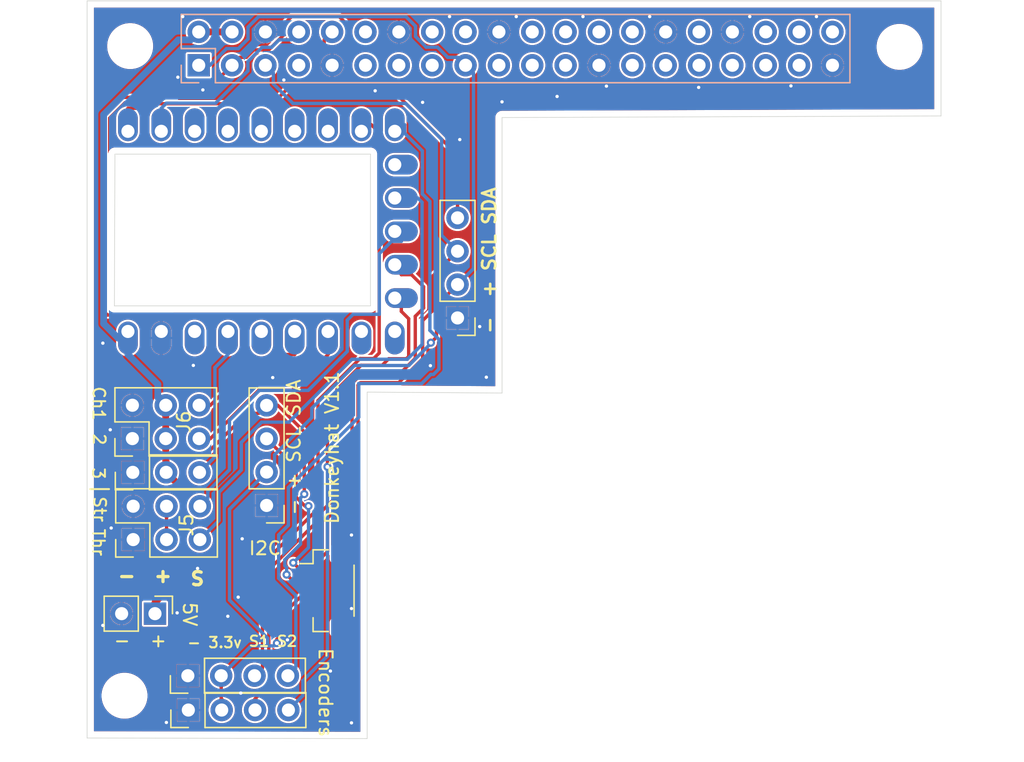
<source format=kicad_pcb>
(kicad_pcb (version 20241229) (generator "pcbnew") (generator_version "9.0")
  (title_block (date "15 nov 2012"))
  (layers (0 "F.Cu" signal) (2 "B.Cu" signal) (13 "F.Paste" user) (15 "B.Paste" user) (5 "F.SilkS" user "F.Silkscreen") (7 "B.SilkS" user "B.Silkscreen") (1 "F.Mask" user) (3 "B.Mask" user) (25 "Edge.Cuts" user))
  (net 0 "")
  (net 1 "GND")
  (net 2 "/GPIO2{slash}SDA1")
  (net 3 "/GPIO3{slash}SCL1")
  (net 4 "/GPIO4{slash}GPCLK0")
  (net 5 "Rpi Rx")
  (net 6 "/GPIO17")
  (net 7 "/GPIO18{slash}PCM.CLK")
  (net 8 "/GPIO27")
  (net 9 "/GPIO22")
  (net 10 "/GPIO23")
  (net 11 "/GPIO24")
  (net 12 "/GPIO10{slash}SPI0.MOSI")
  (net 13 "/GPIO9{slash}SPI0.MISO")
  (net 14 "/GPIO25")
  (net 15 "/GPIO11{slash}SPI0.SCLK")
  (net 16 "/GPIO8{slash}SPI0.CE0")
  (net 17 "/GPIO7{slash}SPI0.CE1")
  (net 18 "/ID_SDA")
  (net 19 "/ID_SCL")
  (net 20 "/GPIO5")
  (net 22 "/GPIO12{slash}PWM0")
  (net 23 "/GPIO13{slash}PWM1")
  (net 24 "/GPIO19{slash}PCM.FS")
  (net 25 "/GPIO16")
  (net 26 "/GPIO26")
  (net 27 "/GPIO20{slash}PCM.DIN")
  (net 28 "/GPIO21{slash}PCM.DOUT")
  (net 29 "+5V")
  (net 30 "+3V3")
  (net 31 "Enc2B")
  (net 32 "Enc2A")
  (net 33 "Enc1A")
  (net 35 "Enc1B")
  (net 45 "Throttle")
  (net 46 "Rpi Tx")
  (net 47 "RCin1")
  (net 48 "RCin3")
  (net 49 "Batt")
  (net 50 "RCin2")
  (net 51 "Steer")
  (footprint "mcu:rp2040-zero-tht" (layer "F.Cu") (at 113.14 61.42 90)
    (property "Reference" "U2" (hide yes))
    (property "Value" "rp2040-zero" (hide yes))
    (pad "1" thru_hole oval (at 7.62 -10.16 270) (size 2.5 1.5) (drill 1 (offset -0.5 0)) (layers "*.Cu" "*.Mask") (net 5 "Rpi Rx"))
    (pad "2" thru_hole oval (at 7.62 -7.62 270) (size 2.5 1.5) (drill 1 (offset -0.5 0)) (layers "*.Cu" "*.Mask") (net 46 "Rpi Tx"))
    (pad "3" thru_hole oval (at 7.62 -5.08 270) (size 2.5 1.5) (drill 1 (offset -0.5 0)) (layers "*.Cu" "*.Mask"))
    (pad "4" thru_hole oval (at 7.62 -2.54 270) (size 2.5 1.5) (drill 1 (offset -0.5 0)) (layers "*.Cu" "*.Mask"))
    (pad "5" thru_hole oval (at 7.62 0 270) (size 2.5 1.5) (drill 1 (offset -0.5 0)) (layers "*.Cu" "*.Mask"))
    (pad "6" thru_hole oval (at 7.62 2.54 270) (size 2.5 1.5) (drill 1 (offset -0.5 0)) (layers "*.Cu" "*.Mask"))
    (pad "7" thru_hole oval (at 7.62 5.08 270) (size 2.5 1.5) (drill 1 (offset -0.5 0)) (layers "*.Cu" "*.Mask"))
    (pad "8" thru_hole oval (at 7.62 7.62 270) (size 2.5 1.5) (drill 1 (offset -0.5 0)) (layers "*.Cu" "*.Mask") (net 33 "Enc1A"))
    (pad "9" thru_hole oval (at 7.62 10.16 270) (size 2.5 1.5) (drill 1 (offset -0.5 0)) (layers "*.Cu" "*.Mask") (net 35 "Enc1B"))
    (pad "10" thru_hole oval (at 5.08 10.16 180) (size 2.5 1.5) (drill 1 (offset -0.5 0)) (layers "*.Cu" "*.Mask"))
    (pad "11" thru_hole oval (at 2.54 10.16 180) (size 2.5 1.5) (drill 1 (offset -0.5 0)) (layers "*.Cu" "*.Mask") (net 45 "Throttle"))
    (pad "12" thru_hole oval (at 0 10.16 180) (size 2.5 1.5) (drill 1 (offset -0.5 0)) (layers "*.Cu" "*.Mask") (net 51 "Steer"))
    (pad "13" thru_hole oval (at -2.54 10.16 180) (size 2.5 1.5) (drill 1 (offset -0.5 0)) (layers "*.Cu" "*.Mask") (net 32 "Enc2A"))
    (pad "14" thru_hole oval (at -5.08 10.16 180) (size 2.5 1.5) (drill 1 (offset -0.5 0)) (layers "*.Cu" "*.Mask") (net 31 "Enc2B"))
    (pad "15" thru_hole oval (at -7.62 10.16 90) (size 2.5 1.5) (drill 1 (offset -0.5 0)) (layers "*.Cu" "*.Mask"))
    (pad "16" thru_hole oval (at -7.62 7.62 90) (size 2.5 1.5) (drill 1 (offset -0.5 0)) (layers "*.Cu" "*.Mask"))
    (pad "17" thru_hole oval (at -7.62 5.08 90) (size 2.5 1.5) (drill 1 (offset -0.5 0)) (layers "*.Cu" "*.Mask") (net 50 "RCin2"))
    (pad "18" thru_hole oval (at -7.62 2.54 90) (size 2.5 1.5) (drill 1 (offset -0.5 0)) (layers "*.Cu" "*.Mask") (net 47 "RCin1"))
    (pad "19" thru_hole oval (at -7.62 0 90) (size 2.5 1.5) (drill 1 (offset -0.5 0)) (layers "*.Cu" "*.Mask"))
    (pad "20" thru_hole oval (at -7.62 -2.54 90) (size 2.5 1.5) (drill 1 (offset -0.5 0)) (layers "*.Cu" "*.Mask") (net 48 "RCin3"))
    (pad "21" thru_hole oval (at -7.62 -5.08 90) (size 2.5 1.5) (drill 1 (offset -0.5 0)) (layers "*.Cu" "*.Mask"))
    (pad "22" thru_hole oval (at -7.62 -7.62 90) (size 2.5 1.5) (drill 1 (offset -0.5 0)) (layers "*.Cu" "*.Mask") (net 1 "GND"))
    (pad "23" thru_hole oval (at -7.62 -10.16 90) (size 2.5 1.5) (drill 1 (offset -0.5 0)) (layers "*.Cu" "*.Mask") (net 29 "+5V"))
  )
  (footprint "Connector_PinHeader_2.54mm:PinHeader_1x04_P2.54mm_Vertical" (layer "F.Cu") (at 128.08 68.01 180)
    (property "Reference" "OLED1" (hide yes))
    (property "Value" "Conn_01x04_Pin")
    (pad "1" thru_hole rect (at 0 0 180) (size 1.7 1.7) (drill 1) (layers "*.Cu" "*.Mask") (net 1 "GND"))
    (pad "2" thru_hole oval (at 0 2.54 180) (size 1.7 1.7) (drill 1) (layers "*.Cu" "*.Mask") (net 30 "+3V3"))
    (pad "3" thru_hole oval (at 0 5.08 180) (size 1.7 1.7) (drill 1) (layers "*.Cu" "*.Mask") (net 3 "/GPIO3{slash}SCL1"))
    (pad "4" thru_hole oval (at 0 7.62 180) (size 1.7 1.7) (drill 1) (layers "*.Cu" "*.Mask") (net 2 "/GPIO2{slash}SDA1"))
  )
  (footprint "Connector_PinHeader_2.54mm:PinHeader_1x04_P2.54mm_Vertical" (layer "F.Cu") (at 107.58 97.87 90)
    (property "Reference" "J2" (hide yes))
    (property "Value" "Encoder 2" (hide yes))
    (pad "1" thru_hole rect (at 0 0 90) (size 1.7 1.7) (drill 1) (layers "*.Cu" "*.Mask") (net 1 "GND"))
    (pad "2" thru_hole oval (at 0 2.54 90) (size 1.7 1.7) (drill 1) (layers "*.Cu" "*.Mask") (net 30 "+3V3"))
    (pad "3" thru_hole oval (at 0 5.079999 90) (size 1.7 1.7) (drill 1) (layers "*.Cu" "*.Mask") (net 32 "Enc2A"))
    (pad "4" thru_hole oval (at 0 7.62 90) (size 1.7 1.7) (drill 1) (layers "*.Cu" "*.Mask") (net 31 "Enc2B"))
  )
  (footprint "Connector_PinHeader_2.54mm:PinHeader_2x03_P2.54mm_Vertical" (layer "F.Cu") (at 103.38 84.89 90)
    (property "Reference" "J5" (at 1.11 4.06 90) (layer "F.SilkS"))
    (property "Value" "Conn_02x03_Odd_Even" (hide yes))
    (pad "1" thru_hole rect (at 0 0 90) (size 1.7 1.7) (drill 1) (layers "*.Cu" "*.Mask") (net 1 "GND"))
    (pad "2" thru_hole oval (at 2.54 0 90) (size 1.7 1.7) (drill 1) (layers "*.Cu" "*.Mask") (net 1 "GND"))
    (pad "3" thru_hole oval (at 0 2.54 90) (size 1.7 1.7) (drill 1) (layers "*.Cu" "*.Mask") (net 49 "Batt"))
    (pad "4" thru_hole oval (at 2.54 2.54 90) (size 1.7 1.7) (drill 1) (layers "*.Cu" "*.Mask") (net 49 "Batt"))
    (pad "5" thru_hole oval (at 0 5.08 90) (size 1.7 1.7) (drill 1) (layers "*.Cu" "*.Mask") (net 45 "Throttle"))
    (pad "6" thru_hole oval (at 2.54 5.08 90) (size 1.7 1.7) (drill 1) (layers "*.Cu" "*.Mask") (net 51 "Steer"))
  )
  (footprint "Connector_PinHeader_2.54mm:PinHeader_1x02_P2.54mm_Vertical" (layer "F.Cu") (at 105.04 90.53 -90)
    (property "Reference" "5V1" (hide yes))
    (property "Value" "Conn_01x02_Pin" (hide yes))
    (pad "1" thru_hole rect (at 0 0 270) (size 1.7 1.7) (drill 1) (layers "*.Cu" "*.Mask") (net 29 "+5V"))
    (pad "2" thru_hole oval (at 0 2.54 270) (size 1.7 1.7) (drill 1) (layers "*.Cu" "*.Mask") (net 1 "GND"))
  )
  (footprint "Connector_JST:JST_SH_BM04B-SRSS-TB_1x04-1MP_P1.00mm_Vertical" (layer "F.Cu") (at 118.19 88.78 -90)
    (property "Reference" "J4" (hide yes))
    (property "Value" "I2C" (hide yes))
    (pad "1" smd roundrect (at -1.5 1.325 270) (size 0.6 1.55) (layers "F.Cu" "F.Mask" "F.Paste") (net 3 "/GPIO3{slash}SCL1"))
    (pad "2" smd roundrect (at -0.5 1.325 270) (size 0.6 1.55) (layers "F.Cu" "F.Mask" "F.Paste") (net 2 "/GPIO2{slash}SDA1"))
    (pad "3" smd roundrect (at 0.5 1.325 270) (size 0.6 1.55) (layers "F.Cu" "F.Mask" "F.Paste") (net 30 "+3V3"))
    (pad "4" smd roundrect (at 1.5 1.325 270) (size 0.6 1.55) (layers "F.Cu" "F.Mask" "F.Paste") (net 1 "GND"))
    (pad "MP" smd roundrect (at -2.8 -1.2 270) (size 1.2 1.8) (layers "F.Cu" "F.Mask" "F.Paste") (roundrect_rratio 0.208333))
    (pad "MP" smd roundrect (at 2.8 -1.2 270) (size 1.2 1.8) (layers "F.Cu" "F.Mask" "F.Paste") (roundrect_rratio 0.208333))
  )
  (footprint "MountingHole:MountingHole_3.2mm_M3" (layer "F.Cu") (at 102.72 96.78)
    (property "Reference" "REF**" (hide yes))
    (property "Value" "MountingHole_3.2mm_M3")
    (pad "" np_thru_hole circle (at 0 0) (size 3.2 3.2) (drill 3.2) (layers "*.Cu" "*.Mask"))
  )
  (footprint "MountingHole:MountingHole_3.2mm_M3" (layer "F.Cu") (at 103.15 47.31)
    (property "Reference" "REF**" (hide yes))
    (property "Value" "MountingHole_3.2mm_M3")
    (pad "" np_thru_hole circle (at 0 0) (size 3.2 3.2) (drill 3.2) (layers "*.Cu" "*.Mask"))
  )
  (footprint "Connector_PinHeader_2.54mm:PinHeader_1x03_P2.54mm_Vertical" (layer "F.Cu") (at 103.35 79.77 90)
    (property "Reference" "Throttle1" (hide yes))
    (property "Value" "Conn_01x03_Pin" (hide yes))
    (pad "1" thru_hole rect (at 0 0 90) (size 1.7 1.7) (drill 1) (layers "*.Cu" "*.Mask") (net 1 "GND"))
    (pad "2" thru_hole oval (at 0 2.54 90) (size 1.7 1.7) (drill 1) (layers "*.Cu" "*.Mask") (net 29 "+5V"))
    (pad "3" thru_hole oval (at 0 5.08 90) (size 1.7 1.7) (drill 1) (layers "*.Cu" "*.Mask") (net 48 "RCin3"))
  )
  (footprint "Connector_PinHeader_2.54mm:PinHeader_1x04_P2.54mm_Vertical" (layer "F.Cu") (at 107.542 95.256 90)
    (property "Reference" "J3" (hide yes))
    (property "Value" "Encoder 1" (hide yes))
    (pad "1" thru_hole rect (at 0 0 90) (size 1.7 1.7) (drill 1) (layers "*.Cu" "*.Mask") (net 1 "GND"))
    (pad "2" thru_hole oval (at 0 2.54 90) (size 1.7 1.7) (drill 1) (layers "*.Cu" "*.Mask") (net 30 "+3V3"))
    (pad "3" thru_hole oval (at 0 5.079999 90) (size 1.7 1.7) (drill 1) (layers "*.Cu" "*.Mask") (net 33 "Enc1A"))
    (pad "4" thru_hole oval (at 0 7.62 90) (size 1.7 1.7) (drill 1) (layers "*.Cu" "*.Mask") (net 35 "Enc1B"))
  )
  (footprint "Connector_PinHeader_2.54mm:PinHeader_2x03_P2.54mm_Vertical" (layer "F.Cu") (at 103.32 77.2 90)
    (property "Reference" "J6" (at 1.27 3.92 90) (layer "F.SilkS"))
    (property "Value" "Conn_02x03_Odd_Even" (hide yes))
    (pad "1" thru_hole rect (at 0 0 90) (size 1.7 1.7) (drill 1) (layers "*.Cu" "*.Mask") (net 1 "GND"))
    (pad "2" thru_hole oval (at 2.54 0 90) (size 1.7 1.7) (drill 1) (layers "*.Cu" "*.Mask") (net 1 "GND"))
    (pad "3" thru_hole oval (at 0 2.54 90) (size 1.7 1.7) (drill 1) (layers "*.Cu" "*.Mask") (net 29 "+5V"))
    (pad "4" thru_hole oval (at 2.54 2.54 90) (size 1.7 1.7) (drill 1) (layers "*.Cu" "*.Mask") (net 29 "+5V"))
    (pad "5" thru_hole oval (at 0 5.08 90) (size 1.7 1.7) (drill 1) (layers "*.Cu" "*.Mask") (net 50 "RCin2"))
    (pad "6" thru_hole oval (at 2.54 5.08 90) (size 1.7 1.7) (drill 1) (layers "*.Cu" "*.Mask") (net 47 "RCin1"))
  )
  (footprint "Connector_PinHeader_2.54mm:PinHeader_1x04_P2.54mm_Vertical" (layer "F.Cu") (at 113.54 82.29 180)
    (property "Reference" "I2C1" (hide yes))
    (property "Value" "Conn_01x04_Pin" (hide yes))
    (pad "1" thru_hole rect (at 0 0 180) (size 1.7 1.7) (drill 1) (layers "*.Cu" "*.Mask") (net 1 "GND"))
    (pad "2" thru_hole oval (at 0 2.54 180) (size 1.7 1.7) (drill 1) (layers "*.Cu" "*.Mask") (net 30 "+3V3"))
    (pad "3" thru_hole oval (at 0 5.08 180) (size 1.7 1.7) (drill 1) (layers "*.Cu" "*.Mask") (net 3 "/GPIO3{slash}SCL1"))
    (pad "4" thru_hole oval (at 0 7.62 180) (size 1.7 1.7) (drill 1) (layers "*.Cu" "*.Mask") (net 2 "/GPIO2{slash}SDA1"))
  )
  (footprint "MountingHole:MountingHole_3.2mm_M3" (layer "F.Cu") (at 161.74 47.37)
    (property "Reference" "REF**" (hide yes))
    (property "Value" "MountingHole_3.2mm_M3")
    (pad "" np_thru_hole circle (at 0 0) (size 3.2 3.2) (drill 3.2) (layers "*.Cu" "*.Mask"))
  )
  (footprint "Connector_PinSocket_2.54mm:PinSocket_2x20_P2.54mm_Vertical" (layer "B.Cu") (at 108.37 48.77 -90)
    (property "Reference" "J1" (hide yes))
    (property "Value" "GPIO" (hide yes))
    (pad "1" thru_hole rect (at 0 0 270) (size 1.7 1.7) (drill 1) (layers "*.Cu" "*.Mask") (net 30 "+3V3"))
    (pad "2" thru_hole oval (at -2.54 0 270) (size 1.7 1.7) (drill 1) (layers "*.Cu" "*.Mask") (net 29 "+5V"))
    (pad "3" thru_hole oval (at 0 -2.54 270) (size 1.7 1.7) (drill 1) (layers "*.Cu" "*.Mask") (net 2 "/GPIO2{slash}SDA1"))
    (pad "4" thru_hole oval (at -2.54 -2.54 270) (size 1.7 1.7) (drill 1) (layers "*.Cu" "*.Mask") (net 29 "+5V"))
    (pad "5" thru_hole oval (at 0 -5.079999 270) (size 1.7 1.7) (drill 1) (layers "*.Cu" "*.Mask") (net 3 "/GPIO3{slash}SCL1"))
    (pad "6" thru_hole oval (at -2.54 -5.08 270) (size 1.7 1.7) (drill 1) (layers "*.Cu" "*.Mask") (net 1 "GND"))
    (pad "7" thru_hole oval (at 0 -7.62 270) (size 1.7 1.7) (drill 1) (layers "*.Cu" "*.Mask") (net 4 "/GPIO4{slash}GPCLK0"))
    (pad "8" thru_hole oval (at -2.54 -7.62 270) (size 1.7 1.7) (drill 1) (layers "*.Cu" "*.Mask") (net 46 "Rpi Tx"))
    (pad "9" thru_hole oval (at 0 -10.16 270) (size 1.7 1.7) (drill 1) (layers "*.Cu" "*.Mask") (net 1 "GND"))
    (pad "10" thru_hole oval (at -2.54 -10.16 270) (size 1.7 1.7) (drill 1) (layers "*.Cu" "*.Mask") (net 5 "Rpi Rx"))
    (pad "11" thru_hole oval (at 0 -12.7 270) (size 1.7 1.7) (drill 1) (layers "*.Cu" "*.Mask") (net 6 "/GPIO17"))
    (pad "12" thru_hole oval (at -2.54 -12.7 270) (size 1.7 1.7) (drill 1) (layers "*.Cu" "*.Mask") (net 7 "/GPIO18{slash}PCM.CLK"))
    (pad "13" thru_hole oval (at 0 -15.24 270) (size 1.7 1.7) (drill 1) (layers "*.Cu" "*.Mask") (net 8 "/GPIO27"))
    (pad "14" thru_hole oval (at -2.54 -15.24 270) (size 1.7 1.7) (drill 1) (layers "*.Cu" "*.Mask") (net 1 "GND"))
    (pad "15" thru_hole oval (at 0 -17.780001 270) (size 1.7 1.7) (drill 1) (layers "*.Cu" "*.Mask") (net 9 "/GPIO22"))
    (pad "16" thru_hole oval (at -2.54 -17.78 270) (size 1.7 1.7) (drill 1) (layers "*.Cu" "*.Mask") (net 10 "/GPIO23"))
    (pad "17" thru_hole oval (at 0 -20.32 270) (size 1.7 1.7) (drill 1) (layers "*.Cu" "*.Mask") (net 30 "+3V3"))
    (pad "18" thru_hole oval (at -2.54 -20.32 270) (size 1.7 1.7) (drill 1) (layers "*.Cu" "*.Mask") (net 11 "/GPIO24"))
    (pad "19" thru_hole oval (at 0 -22.86 270) (size 1.7 1.7) (drill 1) (layers "*.Cu" "*.Mask") (net 12 "/GPIO10{slash}SPI0.MOSI"))
    (pad "20" thru_hole oval (at -2.54 -22.86 270) (size 1.7 1.7) (drill 1) (layers "*.Cu" "*.Mask") (net 1 "GND"))
    (pad "21" thru_hole oval (at 0 -25.4 270) (size 1.7 1.7) (drill 1) (layers "*.Cu" "*.Mask") (net 13 "/GPIO9{slash}SPI0.MISO"))
    (pad "22" thru_hole oval (at -2.54 -25.4 270) (size 1.7 1.7) (drill 1) (layers "*.Cu" "*.Mask") (net 14 "/GPIO25"))
    (pad "23" thru_hole oval (at 0 -27.939999 270) (size 1.7 1.7) (drill 1) (layers "*.Cu" "*.Mask") (net 15 "/GPIO11{slash}SPI0.SCLK"))
    (pad "24" thru_hole oval (at -2.54 -27.94 270) (size 1.7 1.7) (drill 1) (layers "*.Cu" "*.Mask") (net 16 "/GPIO8{slash}SPI0.CE0"))
    (pad "25" thru_hole oval (at 0 -30.48 270) (size 1.7 1.7) (drill 1) (layers "*.Cu" "*.Mask") (net 1 "GND"))
    (pad "26" thru_hole oval (at -2.54 -30.48 270) (size 1.7 1.7) (drill 1) (layers "*.Cu" "*.Mask") (net 17 "/GPIO7{slash}SPI0.CE1"))
    (pad "27" thru_hole oval (at 0 -33.02 270) (size 1.7 1.7) (drill 1) (layers "*.Cu" "*.Mask") (net 18 "/ID_SDA"))
    (pad "28" thru_hole oval (at -2.54 -33.02 270) (size 1.7 1.7) (drill 1) (layers "*.Cu" "*.Mask") (net 19 "/ID_SCL"))
    (pad "29" thru_hole oval (at 0 -35.56 270) (size 1.7 1.7) (drill 1) (layers "*.Cu" "*.Mask") (net 20 "/GPIO5"))
    (pad "30" thru_hole oval (at -2.54 -35.56 270) (size 1.7 1.7) (drill 1) (layers "*.Cu" "*.Mask") (net 1 "GND"))
    (pad "31" thru_hole oval (at 0 -38.099999 270) (size 1.7 1.7) (drill 1) (layers "*.Cu" "*.Mask"))
    (pad "32" thru_hole oval (at -2.54 -38.1 270) (size 1.7 1.7) (drill 1) (layers "*.Cu" "*.Mask") (net 22 "/GPIO12{slash}PWM0"))
    (pad "33" thru_hole oval (at 0 -40.640001 270) (size 1.7 1.7) (drill 1) (layers "*.Cu" "*.Mask") (net 23 "/GPIO13{slash}PWM1"))
    (pad "34" thru_hole oval (at -2.54 -40.64 270) (size 1.7 1.7) (drill 1) (layers "*.Cu" "*.Mask") (net 1 "GND"))
    (pad "35" thru_hole oval (at 0 -43.18 270) (size 1.7 1.7) (drill 1) (layers "*.Cu" "*.Mask") (net 24 "/GPIO19{slash}PCM.FS"))
    (pad "36" thru_hole oval (at -2.54 -43.18 270) (size 1.7 1.7) (drill 1) (layers "*.Cu" "*.Mask") (net 25 "/GPIO16"))
    (pad "37" thru_hole oval (at 0 -45.72 270) (size 1.7 1.7) (drill 1) (layers "*.Cu" "*.Mask") (net 26 "/GPIO26"))
    (pad "38" thru_hole oval (at -2.54 -45.72 270) (size 1.7 1.7) (drill 1) (layers "*.Cu" "*.Mask") (net 27 "/GPIO20{slash}PCM.DIN"))
    (pad "39" thru_hole oval (at 0 -48.26 270) (size 1.7 1.7) (drill 1) (layers "*.Cu" "*.Mask") (net 1 "GND"))
    (pad "40" thru_hole oval (at -2.54 -48.26 270) (size 1.7 1.7) (drill 1) (layers "*.Cu" "*.Mask") (net 28 "/GPIO21{slash}PCM.DOUT"))
  )
  (gr_line (start 121.45 67.09) (end 121.45 55.54) (stroke (width 0.05)) (layer "Edge.Cuts"))
  (gr_line (start 99.873 100) (end 121.2 100.04425) (stroke (width 0.05)) (layer "Edge.Cuts"))
  (gr_line (start 101.95 67.09) (end 121.45 67.09) (stroke (width 0.05)) (layer "Edge.Cuts"))
  (gr_line (start 164.897 43.866) (end 99.873 43.866) (stroke (width 0.05)) (layer "Edge.Cuts"))
  (gr_line (start 121.2 100.04425) (end 121.2 73.66) (stroke (width 0.05)) (layer "Edge.Cuts"))
  (gr_line (start 101.99 55.54) (end 101.95 67.09) (stroke (width 0.05)) (layer "Edge.Cuts"))
  (gr_line (start 121.45 55.54) (end 101.99 55.54) (stroke (width 0.05)) (layer "Edge.Cuts"))
  (gr_line (start 99.873 43.866) (end 99.873 100) (stroke (width 0.05)) (layer "Edge.Cuts"))
  (gr_line (start 164.897 52.629) (end 164.897 43.866) (stroke (width 0.05)) (layer "Edge.Cuts"))
  (gr_line (start 121.2 73.66) (end 131.47 73.73) (stroke (width 0.05)) (layer "Edge.Cuts"))
  (gr_line (start 131.47 52.752) (end 131.47 73.73) (stroke (width 0.05)) (layer "Edge.Cuts"))
  (gr_line (start 131.47 52.752) (end 164.897 52.629) (stroke (width 0.05)) (layer "Edge.Cuts"))
  (gr_text "|" (at 101.34 81.62 90) (layer "F.SilkS") (effects (font (size 1 1)) (justify left bottom)))
  (gr_text "I2C" (at 112.1 86.14 0) (layer "F.SilkS") (effects (font (size 1 1)) (justify left bottom)))
  (gr_text "- 3.3v" (at 107.42 93.2 0) (layer "F.SilkS") (effects (font (size 0.8 0.8)) (justify left bottom)))
  (gr_text "Encoders" (at 117.44 93.06 -90) (layer "F.SilkS") (effects (font (size 1 1)) (justify left bottom)))
  (gr_text "S1 S2" (at 112.1 93.1 0) (layer "F.SilkS") (effects (font (size 0.8 0.8)) (justify left bottom)))
  (gr_text "S  +  -" (at 108.91 87.19 180) (layer "F.SilkS") (effects (font (size 1 1) (thickness 0.25) (bold yes)) (justify left bottom)))
  (gr_text "Str" (at 100.3 81.52 270) (layer "F.SilkS") (effects (font (size 0.9 0.9)) (justify left bottom)))
  (gr_text "Thr" (at 100.21 83.98 270) (layer "F.SilkS") (effects (font (size 0.9 0.9)) (justify left bottom)))
  (gr_text "- + SCL SDA" (at 116.2 83.13 90) (layer "F.SilkS") (effects (font (size 1 1)) (justify left bottom)))
  (gr_text "3" (at 100.21 79.32 270) (layer "F.SilkS") (effects (font (size 0.9 0.9)) (justify left bottom)))
  (gr_text "5V" (at 107.105 89.58 -90) (layer "F.SilkS") (effects (font (size 1 1)) (justify left bottom)))
  (gr_text "2" (at 100.27 76.73 270) (layer "F.SilkS") (effects (font (size 0.9 0.9)) (justify left bottom)))
  (gr_text "-  +" (at 101.815 93.15 0) (layer "F.SilkS") (effects (font (size 1 1)) (justify left bottom)))
  (gr_text "Donkeyhat V1.1" (at 119.11 83.8 90) (layer "F.SilkS") (effects (font (size 1 1)) (justify left bottom)))
  (gr_text "Ch1" (at 100.24 73.14 270) (layer "F.SilkS") (effects (font (size 0.9 0.9)) (justify left bottom)))
  (gr_text "-  + SCL SDA" (at 131.08 69.31 90) (layer "F.SilkS") (effects (font (size 1 1) (thickness 0.2) (bold yes)) (justify left bottom)))
  (via (at 155.411126 45.062756) (size 0.676399) (drill 0.254254) (layers "F.Cu" "B.Cu") (net 1))
  (via (at 108.283781 87.084157) (size 0.676399) (drill 0.254254) (layers "F.Cu" "B.Cu") (net 1))
  (via (at 101.069756 69.931595) (size 0.676399) (drill 0.254254) (layers "F.Cu" "B.Cu") (net 1))
  (via (at 127.471126 45.062756) (size 0.676399) (drill 0.254254) (layers "F.Cu" "B.Cu") (net 1))
  (via (at 131.465596 51.555252) (size 0.676399) (drill 0.254254) (layers "F.Cu" "B.Cu") (net 1))
  (via (at 120.003244 84.542759) (size 0.676399) (drill 0.254254) (layers "F.Cu" "B.Cu") (net 1))
  (via (at 153.467346 50.339676) (size 0.676399) (drill 0.254254) (layers "F.Cu" "B.Cu") (net 1))
  (via (at 111.680379 84.829977) (size 0.676399) (drill 0.254254) (layers "F.Cu" "B.Cu") (net 1))
  (via (at 120.003244 98.845009) (size 0.676399) (drill 0.254254) (layers "F.Cu" "B.Cu") (net 1))
  (via (at 105.907911 98.815763) (size 0.676399) (drill 0.254254) (layers "F.Cu" "B.Cu") (net 1))
  (via (at 101.632759 76.52625) (size 0.676399) (drill 0.254254) (layers "F.Cu" "B.Cu") (net 1))
  (via (at 114.005963 72.552859) (size 0.676399) (drill 0.254254) (layers "F.Cu" "B.Cu") (net 1))
  (via (at 110.586486 90.730477) (size 0.676399) (drill 0.254254) (layers "F.Cu" "B.Cu") (net 1))
  (via (at 129.767241 68.669602) (size 0.676399) (drill 0.254254) (layers "F.Cu" "B.Cu") (net 1))
  (via (at 146.44109 50.457355) (size 0.676399) (drill 0.254254) (layers "F.Cu" "B.Cu") (net 1))
  (via (at 101.70577 84.008589) (size 0.676399) (drill 0.254254) (layers "F.Cu" "B.Cu") (net 1))
  (via (at 128.249977 54.428758) (size 0.676399) (drill 0.254254) (layers "F.Cu" "B.Cu") (net 1))
  (via (at 126.012128 71.646744) (size 0.676399) (drill 0.254254) (layers "F.Cu" "B.Cu") (net 1))
  (via (at 150.331126 45.062756) (size 0.676399) (drill 0.254254) (layers "F.Cu" "B.Cu") (net 1))
  (via (at 125.418424 51.593645) (size 0.676399) (drill 0.254254) (layers "F.Cu" "B.Cu") (net 1))
  (via (at 130.273244 72.525059) (size 0.676399) (drill 0.254254) (layers "F.Cu" "B.Cu") (net 1))
  (via (at 142.711126 45.062756) (size 0.676399) (drill 0.254254) (layers "F.Cu" "B.Cu") (net 1))
  (via (at 121.806293 50.712718) (size 0.676399) (drill 0.254254) (layers "F.Cu" "B.Cu") (net 1))
  (via (at 118.3996 94.901026) (size 0.676399) (drill 0.254254) (layers "F.Cu" "B.Cu") (net 1))
  (via (at 114.852651 49.890915) (size 0.676399) (drill 0.254254) (layers "F.Cu" "B.Cu") (net 1))
  (via (at 106.78154 49.680049) (size 0.676399) (drill 0.254254) (layers "F.Cu" "B.Cu") (net 1))
  (via (at 107.960714 71.626097) (size 0.676399) (drill 0.254254) (layers "F.Cu" "B.Cu") (net 1))
  (via (at 132.551126 45.062756) (size 0.676399) (drill 0.254254) (layers "F.Cu" "B.Cu") (net 1))
  (via (at 111.573618 96.578152) (size 0.676399) (drill 0.254254) (layers "F.Cu" "B.Cu") (net 1))
  (via (at 137.631126 45.062756) (size 0.676399) (drill 0.254254) (layers "F.Cu" "B.Cu") (net 1))
  (via (at 115.126534 92.528516) (size 0.676399) (drill 0.254254) (layers "F.Cu" "B.Cu") (net 1))
  (via (at 120.003244 90.142759) (size 0.676399) (drill 0.254254) (layers "F.Cu" "B.Cu") (net 1))
  (via (at 101.069756 91.425093) (size 0.676399) (drill 0.254254) (layers "F.Cu" "B.Cu") (net 1))
  (via (at 135.660636 51.145336) (size 0.676399) (drill 0.254254) (layers "F.Cu" "B.Cu") (net 1))
  (via (at 139.418077 50.358773) (size 0.676399) (drill 0.254254) (layers "F.Cu" "B.Cu") (net 1))
  (via (at 106.727241 90.469449) (size 0.676399) (drill 0.254254) (layers "F.Cu" "B.Cu") (net 1))
  (via (at 107.151126 45.062756) (size 0.676399) (drill 0.254254) (layers "F.Cu" "B.Cu") (net 1))
  (via (at 111.377521 89.273538) (size 0.676399) (drill 0.254254) (layers "F.Cu" "B.Cu") (net 1))
  (via (at 108.685323 50.647055) (size 0.676399) (drill 0.254254) (layers "F.Cu" "B.Cu") (net 1))
  (segment (start 116.4086 76.6836) (end 116.4086 81.427064) (width 0.254254) (layer "F.Cu") (net 2))
  (segment (start 119.67429 45.672201) (end 119.055852 45.053763) (width 0.254254) (layer "F.Cu") (net 2))
  (segment (start 106.581381 51.211006) (end 102.591587 51.211006) (width 0.254254) (layer "F.Cu") (net 2))
  (segment (start 101.183442 67.548976) (end 101.422065 67.7876) (width 0.254254) (layer "F.Cu") (net 2))
  (segment (start 128.08 55.622603) (end 122.312333 49.854936) (width 0.254254) (layer "F.Cu") (net 2))
  (segment (start 112.9355 75.2745) (end 113.54 74.67) (width 0.254254) (layer "F.Cu") (net 2))
  (segment (start 113.54 74.67) (end 114.395 74.67) (width 0.254254) (layer "F.Cu") (net 2))
  (segment (start 119.67429 46.500865) (end 119.67429 45.672201) (width 0.254254) (layer "F.Cu") (net 2))
  (segment (start 114.79919 46.50481) (end 113.705779 47.598221) (width 0.254254) (layer "F.Cu") (net 2))
  (segment (start 119.055852 45.053763) (end 115.450264 45.053763) (width 0.254254) (layer "F.Cu") (net 2))
  (segment (start 107.021818 74.234443) (end 107.021818 77.445818) (width 0.254254) (layer "F.Cu") (net 2))
  (segment (start 121.415372 47.394591) (end 120.568016 47.394591) (width 0.254254) (layer "F.Cu") (net 2))
  (segment (start 106.21835 67.7876) (end 106.996346 68.565596) (width 0.254254) (layer "F.Cu") (net 2))
  (segment (start 122.312333 49.854936) (end 122.312333 48.291552) (width 0.254254) (layer "F.Cu") (net 2))
  (segment (start 101.422065 67.7876) (end 106.21835 67.7876) (width 0.254254) (layer "F.Cu") (net 2))
  (segment (start 108.82875 78.485) (end 112.03925 75.2745) (width 0.254254) (layer "F.Cu") (net 2))
  (segment (start 115.785981 88.28) (end 116.865 88.28) (width 0.254254) (layer "F.Cu") (net 2))
  (segment (start 108.061 78.485) (end 108.82875 78.485) (width 0.254254) (layer "F.Cu") (net 2))
  (segment (start 122.312333 48.291552) (end 121.415372 47.394591) (width 0.254254) (layer "F.Cu") (net 2))
  (segment (start 115.450264 45.053763) (end 114.79919 45.704837) (width 0.254254) (layer "F.Cu") (net 2))
  (segment (start 120.568016 47.394591) (end 119.67429 46.500865) (width 0.254254) (layer "F.Cu") (net 2))
  (segment (start 110.3055 49.3745) (end 109.724128 49.955872) (width 0.254254) (layer "F.Cu") (net 2))
  (segment (start 106.996346 68.565596) (end 106.996346 74.208971) (width 0.254254) (layer "F.Cu") (net 2))
  (segment (start 112.57034 47.598221) (end 112.003061 48.1655) (width 0.254254) (layer "F.Cu") (net 2))
  (segment (start 106.996346 74.208971) (end 107.021818 74.234443) (width 0.254254) (layer "F.Cu") (net 2))
  (segment (start 114.395 74.67) (end 116.4086 76.6836) (width 0.254254) (layer "F.Cu") (net 2))
  (segment (start 114.79919 45.704837) (end 114.79919 46.50481) (width 0.254254) (layer "F.Cu") (net 2))
  (segment (start 109.724128 49.955872) (end 107.836515 49.955872) (width 0.254254) (layer "F.Cu") (net 2))
  (segment (start 107.021818 77.445818) (end 108.061 78.485) (width 0.254254) (layer "F.Cu") (net 2))
  (segment (start 110.91 48.77) (end 110.3055 49.3745) (width 0.254254) (layer "F.Cu") (net 2))
  (segment (start 111.5145 48.1655) (end 110.91 48.77) (width 0.254254) (layer "F.Cu") (net 2))
  (segment (start 102.591587 51.211006) (end 101.183442 52.619151) (width 0.254254) (layer "F.Cu") (net 2))
  (segment (start 112.003061 48.1655) (end 111.5145 48.1655) (width 0.254254) (layer "F.Cu") (net 2))
  (segment (start 128.08 60.39) (end 128.08 59.535) (width 0.254254) (layer "F.Cu") (net 2))
  (segment (start 113.705779 47.598221) (end 112.57034 47.598221) (width 0.254254) (layer "F.Cu") (net 2))
  (segment (start 107.836515 49.955872) (end 106.581381 51.211006) (width 0.254254) (layer "F.Cu") (net 2))
  (segment (start 101.183442 52.619151) (end 101.183442 67.548976) (width 0.254254) (layer "F.Cu") (net 2))
  (segment (start 115.06386 87.557879) (end 115.785981 88.28) (width 0.254254) (layer "F.Cu") (net 2))
  (segment (start 112.03925 75.2745) (end 112.9355 75.2745) (width 0.254254) (layer "F.Cu") (net 2))
  (segment (start 128.08 59.535) (end 128.08 55.622603) (width 0.254254) (layer "F.Cu") (net 2))
  (via (at 116.4086 81.427064) (size 0.61021) (drill 0.305105) (layers "F.Cu" "B.Cu") (net 2))
  (via (at 115.06386 87.557879) (size 0.61021) (drill 0.305105) (layers "F.Cu" "B.Cu") (net 2))
  (segment (start 114.929505 86.42325) (end 114.929505 86.873883) (width 0.254254) (layer "B.Cu") (net 2))
  (segment (start 116.122619 85.230136) (end 114.929505 86.42325) (width 0.254254) (layer "B.Cu") (net 2))
  (segment (start 114.929505 86.873883) (end 115.06386 87.008238) (width 0.254254) (layer "B.Cu") (net 2))
  (segment (start 115.06386 87.008238) (end 115.06386 87.557879) (width 0.254254) (layer "B.Cu") (net 2))
  (segment (start 116.122619 81.713044) (end 116.122619 85.230136) (width 0.254254) (layer "B.Cu") (net 2))
  (segment (start 116.4086 81.427064) (end 116.122619 81.713044) (width 0.254254) (layer "B.Cu") (net 2))
  (segment (start 125.422662 68.214415) (end 126.174839 67.462238) (width 0.254254) (layer "F.Cu") (net 3))
  (segment (start 125.422662 71.116879) (end 125.422662 68.214415) (width 0.254254) (layer "F.Cu") (net 3))
  (segment (start 113.54 77.21) (end 115.784969 79.454969) (width 0.254254) (layer "F.Cu") (net 3))
  (segment (start 117.123667 86.979) (end 117.253714 86.725476) (width 0.254254) (layer "F.Cu") (net 3))
  (segment (start 118.178431 85.80076) (end 118.178431 83.260344) (width 0.254254) (layer "F.Cu") (net 3))
  (segment (start 120.500638 73.136149) (end 120.698062 72.938726) (width 0.254254) (layer "F.Cu") (net 3))
  (segment (start 116.865 87.28) (end 117.123667 86.979) (width 0.254254) (layer "F.Cu") (net 3))
  (segment (start 120.500638 80.938136) (end 120.500638 73.136149) (width 0.254254) (layer "F.Cu") (net 3))
  (segment (start 116.463778 82.335461) (end 116.730387 82.335461) (width 0.254254) (layer "F.Cu") (net 3))
  (segment (start 115.784969 81.656652) (end 116.463778 82.335461) (width 0.254254) (layer "F.Cu") (net 3))
  (segment (start 120.698062 72.938726) (end 123.600815 72.938726) (width 0.254254) (layer "F.Cu") (net 3))
  (segment (start 126.174839 67.462238) (end 126.174839 64.835161) (width 0.254254) (layer "F.Cu") (net 3))
  (segment (start 116.089 87.28) (end 116.865 87.28) (width 0.254254) (layer "F.Cu") (net 3))
  (segment (start 123.600815 72.938726) (end 125.422662 71.116879) (width 0.254254) (layer "F.Cu") (net 3))
  (segment (start 117.253714 86.725476) (end 118.178431 85.80076) (width 0.254254) (layer "F.Cu") (net 3))
  (segment (start 116.089 87.175904) (end 116.089 87.28) (width 0.254254) (layer "F.Cu") (net 3))
  (segment (start 115.784969 79.454969) (end 115.784969 81.656652) (width 0.254254) (layer "F.Cu") (net 3))
  (segment (start 118.178431 83.260344) (end 120.500638 80.938136) (width 0.254254) (layer "F.Cu") (net 3))
  (segment (start 115.568442 86.655346) (end 116.089 87.175904) (width 0.254254) (layer "F.Cu") (net 3))
  (segment (start 126.174839 64.835161) (end 127.4755 63.5345) (width 0.254254) (layer "F.Cu") (net 3))
  (segment (start 127.4755 63.5345) (end 128.08 62.93) (width 0.254254) (layer "F.Cu") (net 3))
  (via (at 115.568442 86.655346) (size 0.61021) (drill 0.305105) (layers "F.Cu" "B.Cu") (net 3))
  (via (at 116.730387 82.335461) (size 0.61021) (drill 0.305105) (layers "F.Cu" "B.Cu") (net 3))
  (segment (start 126.870044 54.409086) (end 124.138043 51.677085) (width 0.254254) (layer "B.Cu") (net 3))
  (segment (start 126.870044 61.720044) (end 126.870044 54.409086) (width 0.254254) (layer "B.Cu") (net 3))
  (segment (start 127.4755 62.3255) (end 126.870044 61.720044) (width 0.254254) (layer "B.Cu") (net 3))
  (segment (start 115.545803 51.677085) (end 114.0545 50.185783) (width 0.254254) (layer "B.Cu") (net 3))
  (segment (start 116.730387 82.335461) (end 116.730387 85.4934) (width 0.254254) (layer "B.Cu") (net 3))
  (segment (start 114.0545 49.3745) (end 113.45 48.77) (width 0.254254) (layer "B.Cu") (net 3))
  (segment (start 114.0545 50.185783) (end 114.0545 49.3745) (width 0.254254) (layer "B.Cu") (net 3))
  (segment (start 124.138043 51.677085) (end 115.545803 51.677085) (width 0.254254) (layer "B.Cu") (net 3))
  (segment (start 116.730387 85.4934) (end 115.568442 86.655346) (width 0.254254) (layer "B.Cu") (net 3))
  (segment (start 128.08 62.93) (end 127.4755 62.3255) (width 0.254254) (layer "B.Cu") (net 3))
  (segment (start 113.986821 51.700031) (end 115.715284 49.971568) (width 0.254254) (layer "F.Cu") (net 5))
  (segment (start 102.98 53.3) (end 102.98 52.045) (width 0.254254) (layer "F.Cu") (net 5))
  (segment (start 117.9255 46.8345) (end 118.53 46.23) (width 0.254254) (layer "F.Cu") (net 5))
  (segment (start 117.170322 49.225609) (end 117.170322 48.347835) (width 0.254254) (layer "F.Cu") (net 5))
  (segment (start 115.715284 49.971568) (end 116.424364 49.971568) (width 0.254254) (layer "F.Cu") (net 5))
  (segment (start 104.636087 51.700031) (end 113.986821 51.700031) (width 0.254254) (layer "F.Cu") (net 5))
  (segment (start 117.9255 47.592658) (end 117.9255 46.8345) (width 0.254254) (layer "F.Cu") (net 5))
  (segment (start 117.170322 48.347835) (end 117.9255 47.592658) (width 0.254254) (layer "F.Cu") (net 5))
  (segment (start 104.291118 52.045) (end 104.636087 51.700031) (width 0.254254) (layer "F.Cu") (net 5))
  (segment (start 102.98 52.045) (end 104.291118 52.045) (width 0.254254) (layer "F.Cu") (net 5))
  (segment (start 116.424364 49.971568) (end 117.170322 49.225609) (width 0.254254) (layer "F.Cu") (net 5))
  (segment (start 105.86 77.2) (end 105.86 76.345) (width 0.51308) (layer "F.Cu") (net 29))
  (segment (start 105.89 78.915) (end 105.86 78.885) (width 0.51308) (layer "F.Cu") (net 29))
  (segment (start 105.86 78.055) (end 105.86 77.2) (width 0.51308) (layer "F.Cu") (net 29))
  (segment (start 107.19 81.07) (end 106.4945 80.3745) (width 0.51308) (layer "F.Cu") (net 29))
  (segment (start 106.4945 80.3745) (end 105.89 79.77) (width 0.51308) (layer "F.Cu") (net 29))
  (segment (start 105.04 90.53) (end 105.04 89.68) (width 0.51308) (layer "F.Cu") (net 29))
  (segment (start 110.055 46.23) (end 110.91 46.23) (width 0.51308) (layer "F.Cu") (net 29))
  (segment (start 105.89 79.77) (end 105.89 78.915) (width 0.51308) (layer "F.Cu") (net 29))
  (segment (start 105.04 89.68) (end 107.19 87.53) (width 0.51308) (layer "F.Cu") (net 29))
  (segment (start 105.86 75.515) (end 105.86 74.66) (width 0.51308) (layer "F.Cu") (net 29))
  (segment (start 105.86 78.885) (end 105.86 78.055) (width 0.51308) (layer "F.Cu") (net 29))
  (segment (start 108.37 46.23) (end 109.225 46.23) (width 0.51308) (layer "F.Cu") (net 29))
  (segment (start 107.19 87.53) (end 107.19 81.07) (width 0.51308) (layer "F.Cu") (net 29))
  (segment (start 109.225 46.23) (end 110.055 46.23) (width 0.51308) (layer "F.Cu") (net 29))
  (segment (start 105.86 76.345) (end 105.86 75.515) (width 0.51308) (layer "F.Cu") (net 29))
  (segment (start 102.98 69.54) (end 102.225 69.54) (width 0.51308) (layer "B.Cu") (net 29))
  (segment (start 102.98 70.795) (end 105.2555 73.0705) (width 0.51308) (layer "B.Cu") (net 29))
  (segment (start 105.2555 73.0705) (end 105.2555 74.0555) (width 0.51308) (layer "B.Cu") (net 29))
  (segment (start 101.12995 68.44495) (end 101.12995 52.529704) (width 0.51308) (layer "B.Cu") (net 29))
  (segment (start 107.7655 46.8345) (end 108.37 46.23) (width 0.51308) (layer "B.Cu") (net 29))
  (segment (start 105.2555 74.0555) (end 105.86 74.66) (width 0.51308) (layer "B.Cu") (net 29))
  (segment (start 101.12995 52.529704) (end 106.825154 46.8345) (width 0.51308) (layer "B.Cu") (net 29))
  (segment (start 102.98 69.54) (end 102.98 70.795) (width 0.51308) (layer "B.Cu") (net 29))
  (segment (start 106.825154 46.8345) (end 107.7655 46.8345) (width 0.51308) (layer "B.Cu") (net 29))
  (segment (start 102.225 69.54) (end 101.12995 68.44495) (width 0.51308) (layer "B.Cu") (net 29))
  (segment (start 114.569712 90.799288) (end 114.569712 92.232145) (width 0.254254) (layer "F.Cu") (net 30))
  (segment (start 126.049184 69.895425) (end 126.475847 69.468763) (width 0.254254) (layer "F.Cu") (net 30))
  (segment (start 126.689178 67.825109) (end 126.689178 66.860822) (width 0.254254) (layer "F.Cu") (net 30))
  (segment (start 126.475847 69.468763) (end 126.475847 68.03844) (width 0.254254) (layer "F.Cu") (net 30))
  (segment (start 110.082 96.111) (end 110.082 95.256) (width 0.254254) (layer "F.Cu") (net 30))
  (segment (start 126.475847 68.03844) (end 126.689178 67.825109) (width 0.254254) (layer "F.Cu") (net 30))
  (segment (start 116.089 89.28) (end 114.569712 90.799288) (width 0.254254) (layer "F.Cu") (net 30))
  (segment (start 110.12 97.015) (end 110.082 96.977) (width 0.254254) (layer "F.Cu") (net 30))
  (segment (start 114.569712 92.232145) (end 114.32252 92.479337) (width 0.254254) (layer "F.Cu") (net 30))
  (segment (start 126.689178 66.860822) (end 128.08 65.47) (width 0.254254) (layer "F.Cu") (net 30))
  (segment (start 110.12 97.87) (end 110.12 97.015) (width 0.254254) (layer "F.Cu") (net 30))
  (segment (start 110.082 96.977) (end 110.082 96.111) (width 0.254254) (layer "F.Cu") (net 30))
  (segment (start 116.865 89.28) (end 116.089 89.28) (width 0.254254) (layer "F.Cu") (net 30))
  (segment (start 114.32252 92.479337) (end 114.32252 92.773046) (width 0.254254) (layer "F.Cu") (net 30))
  (via (at 114.32252 92.773046) (size 0.61021) (drill 0.305105) (layers "F.Cu" "B.Cu") (net 30))
  (via (at 126.049184 69.895425) (size 0.61021) (drill 0.305105) (layers "F.Cu" "B.Cu") (net 30))
  (segment (start 110.716012 82.573988) (end 110.716012 89.496181) (width 0.254254) (layer "B.Cu") (net 30))
  (segment (start 111.38925 47.5) (end 112.124364 46.764886) (width 0.254254) (layer "B.Cu") (net 30))
  (segment (start 124.88 46.575226) (end 125.696534 47.39176) (width 0.254254) (layer "B.Cu") (net 30))
  (segment (start 110.716012 89.496181) (end 113.619486 92.399656) (width 0.254254) (layer "B.Cu") (net 30))
  (segment (start 124.368453 71.633178) (end 120.235144 71.633178) (width 0.254254) (layer "B.Cu") (net 30))
  (segment (start 116.981264 75.597897) (end 114.1445 78.434661) (width 0.254254) (layer "B.Cu") (net 30))
  (segment (start 126.555365 47.39176) (end 127.329106 48.1655) (width 0.254254) (layer "B.Cu") (net 30))
  (segment (start 126.049184 69.952447) (end 124.368453 71.633178) (width 0.254254) (layer "B.Cu") (net 30))
  (segment (start 114.111784 92.983783) (end 113.619486 92.983783) (width 0.254254) (layer "B.Cu") (net 30))
  (segment (start 120.235144 71.633178) (end 116.981264 74.887058) (width 0.254254) (layer "B.Cu") (net 30))
  (segment (start 112.9355 80.3545) (end 110.716012 82.573988) (width 0.254254) (layer "B.Cu") (net 30))
  (segment (start 128.08 65.47) (end 128.6845 64.8655) (width 0.254254) (layer "B.Cu") (net 30))
  (segment (start 113.54 79.75) (end 112.9355 80.3545) (width 0.254254) (layer "B.Cu") (net 30))
  (segment (start 110.49 47.5) (end 111.38925 47.5) (width 0.254254) (layer "B.Cu") (net 30))
  (segment (start 108.37 48.77) (end 109.22 48.77) (width 0.254254) (layer "B.Cu") (net 30))
  (segment (start 126.049184 69.895425) (end 126.049184 69.952447) (width 0.254254) (layer "B.Cu") (net 30))
  (segment (start 128.6845 64.8655) (end 129.2945 64.2555) (width 0.254254) (layer "B.Cu") (net 30))
  (segment (start 128.0855 48.1655) (end 128.69 48.77) (width 0.254254) (layer "B.Cu") (net 30))
  (segment (start 112.354217 92.983783) (end 113.619486 92.983783) (width 0.254254) (layer "B.Cu") (net 30))
  (segment (start 112.124364 45.867943) (end 112.92568 45.066627) (width 0.254254) (layer "B.Cu") (net 30))
  (segment (start 112.124364 46.764886) (end 112.124364 45.867943) (width 0.254254) (layer "B.Cu") (net 30))
  (segment (start 110.082 95.256) (end 112.354217 92.983783) (width 0.254254) (layer "B.Cu") (net 30))
  (segment (start 113.619486 92.399656) (end 113.619486 92.983783) (width 0.254254) (layer "B.Cu") (net 30))
  (segment (start 112.92568 45.066627) (end 124.153127 45.066627) (width 0.254254) (layer "B.Cu") (net 30))
  (segment (start 129.2945 49.3745) (end 128.69 48.77) (width 0.254254) (layer "B.Cu") (net 30))
  (segment (start 127.329106 48.1655) (end 128.0855 48.1655) (width 0.254254) (layer "B.Cu") (net 30))
  (segment (start 125.696534 47.39176) (end 126.555365 47.39176) (width 0.254254) (layer "B.Cu") (net 30))
  (segment (start 114.1445 79.1455) (end 113.54 79.75) (width 0.254254) (layer "B.Cu") (net 30))
  (segment (start 124.88 45.7935) (end 124.88 46.575226) (width 0.254254) (layer "B.Cu") (net 30))
  (segment (start 129.2945 64.2555) (end 129.2945 49.3745) (width 0.254254) (layer "B.Cu") (net 30))
  (segment (start 114.32252 92.773046) (end 114.111784 92.983783) (width 0.254254) (layer "B.Cu") (net 30))
  (segment (start 114.1445 78.434661) (end 114.1445 79.1455) (width 0.254254) (layer "B.Cu") (net 30))
  (segment (start 109.22 48.77) (end 110.49 47.5) (width 0.254254) (layer "B.Cu") (net 30))
  (segment (start 116.981264 74.887058) (end 116.981264 75.597897) (width 0.254254) (layer "B.Cu") (net 30))
  (segment (start 124.153127 45.066627) (end 124.88 45.7935) (width 0.254254) (layer "B.Cu") (net 30))
  (segment (start 118.174037 79.350827) (end 118.174037 76.898794) (width 0.254254) (layer "F.Cu") (net 31))
  (segment (start 118.90102 73.451909) (end 120.731682 71.621247) (width 0.254254) (layer "F.Cu") (net 31))
  (segment (start 124.358494 68.069236) (end 123.8 67.510742) (width 0.254254) (layer "F.Cu") (net 31))
  (segment (start 122.840833 71.11711) (end 124.184315 71.11711) (width 0.254254) (layer "F.Cu") (net 31))
  (segment (start 118.90102 76.171811) (end 118.90102 73.451909) (width 0.254254) (layer "F.Cu") (net 31))
  (segment (start 120.731682 71.621247) (end 122.336696 71.621247) (width 0.254254) (layer "F.Cu") (net 31))
  (segment (start 123.8 67.510742) (end 123.8 66.5) (width 0.254254) (layer "F.Cu") (net 31))
  (segment (start 124.184315 71.11711) (end 124.358494 70.942931) (width 0.254254) (layer "F.Cu") (net 31))
  (segment (start 124.358494 70.942931) (end 124.358494 68.069236) (width 0.254254) (layer "F.Cu") (net 31))
  (segment (start 118.174037 76.898794) (end 118.90102 76.171811) (width 0.254254) (layer "F.Cu") (net 31))
  (segment (start 122.336696 71.621247) (end 122.840833 71.11711) (width 0.254254) (layer "F.Cu") (net 31))
  (via (at 118.174037 79.350827) (size 0.61021) (drill 0.305105) (layers "F.Cu" "B.Cu") (net 31))
  (segment (start 116.302803 96.767197) (end 115.2 97.87) (width 0.254254) (layer "B.Cu") (net 31))
  (segment (start 116.302803 95.634) (end 116.302803 96.767197) (width 0.254254) (layer "B.Cu") (net 31))
  (segment (start 118.174037 79.350827) (end 118.174037 93.762767) (width 0.254254) (layer "B.Cu") (net 31))
  (segment (start 118.174037 93.762767) (end 116.302803 95.634) (width 0.254254) (layer "B.Cu") (net 31))
  (segment (start 113.707181 87.186175) (end 113.707181 94.116808) (width 0.254254) (layer "F.Cu") (net 32))
  (segment (start 120.046412 72.994251) (end 120.046412 76.882448) (width 0.254254) (layer "F.Cu") (net 32))
  (segment (start 124.860704 67.887781) (end 124.860704 71.085852) (width 0.254254) (layer "F.Cu") (net 32))
  (segment (start 124.571045 64.715) (end 125.493988 65.637943) (width 0.254254) (layer "F.Cu") (net 32))
  (segment (start 117.721786 83.17157) (end 113.707181 87.186175) (width 0.254254) (layer "F.Cu") (net 32))
  (segment (start 112.66 97.014201) (end 112.66 97.015) (width 0.254254) (layer "F.Cu") (net 32))
  (segment (start 125.493988 65.637943) (end 125.493988 67.254498) (width 0.254254) (layer "F.Cu") (net 32))
  (segment (start 123.548072 72.398484) (end 120.642179 72.398484) (width 0.254254) (layer "F.Cu") (net 32))
  (segment (start 118.769258 78.159602) (end 118.769258 81.702212) (width 0.254254) (layer "F.Cu") (net 32))
  (segment (start 123.8 63.96) (end 123.8 64.715) (width 0.254254) (layer "F.Cu") (net 32))
  (segment (start 118.769258 81.702212) (end 117.721786 82.749684) (width 0.254254) (layer "F.Cu") (net 32))
  (segment (start 125.493988 67.254498) (end 124.860704 67.887781) (width 0.254254) (layer "F.Cu") (net 32))
  (segment (start 113.920129 94.329756) (end 113.920129 95.754073) (width 0.254254) (layer "F.Cu") (net 32))
  (segment (start 124.860704 71.085852) (end 123.548072 72.398484) (width 0.254254) (layer "F.Cu") (net 32))
  (segment (start 113.707181 94.116808) (end 113.920129 94.329756) (width 0.254254) (layer "F.Cu") (net 32))
  (segment (start 120.046412 76.882448) (end 118.769258 78.159602) (width 0.254254) (layer "F.Cu") (net 32))
  (segment (start 112.66 97.015) (end 112.66 97.87) (width 0.254254) (layer "F.Cu") (net 32))
  (segment (start 117.721786 82.749684) (end 117.721786 83.17157) (width 0.254254) (layer "F.Cu") (net 32))
  (segment (start 120.642179 72.398484) (end 120.046412 72.994251) (width 0.254254) (layer "F.Cu") (net 32))
  (segment (start 113.920129 95.754073) (end 112.66 97.014201) (width 0.254254) (layer "F.Cu") (net 32))
  (segment (start 123.8 64.715) (end 124.571045 64.715) (width 0.254254) (layer "F.Cu") (net 32))
  (segment (start 113.2265 94.6515) (end 112.622 95.256) (width 0.254254) (layer "F.Cu") (net 33))
  (segment (start 122.114625 53.899625) (end 122.114625 70.680947) (width 0.254254) (layer "F.Cu") (net 33))
  (segment (start 122.114625 70.680947) (end 121.69358 71.101991) (width 0.254254) (layer "F.Cu") (net 33))
  (segment (start 120.657898 71.101991) (end 117.453554 74.306335) (width 0.254254) (layer "F.Cu") (net 33))
  (segment (start 117.3144 82.672578) (end 113.2265 86.760478) (width 0.254254) (layer "F.Cu") (net 33))
  (segment (start 121.515 53.3) (end 122.114625 53.899625) (width 0.254254) (layer "F.Cu") (net 33))
  (segment (start 120.76 53.3) (end 121.515 53.3) (width 0.254254) (layer "F.Cu") (net 33))
  (segment (start 121.69358 71.101991) (end 120.657898 71.101991) (width 0.254254) (layer "F.Cu") (net 33))
  (segment (start 117.3144 82.568328) (end 117.3144 82.672578) (width 0.254254) (layer "F.Cu") (net 33))
  (segment (start 117.453554 82.429174) (end 117.3144 82.568328) (width 0.254254) (layer "F.Cu") (net 33))
  (segment (start 113.2265 86.760478) (end 113.2265 94.6515) (width 0.254254) (layer "F.Cu") (net 33))
  (segment (start 117.453554 74.306335) (end 117.453554 82.429174) (width 0.254254) (layer "F.Cu") (net 33))
  (segment (start 124.055 53.949003) (end 124.055 53.3) (width 0.254254) (layer "B.Cu") (net 35))
  (segment (start 126.658159 69.640598) (end 125.973374 68.955814) (width 0.254254) (layer "B.Cu") (net 35))
  (segment (start 125.400189 55.294193) (end 124.055 53.949003) (width 0.254254) (layer "B.Cu") (net 35))
  (segment (start 115.197966 83.795786) (end 115.197966 80.927566) (width 0.254254) (layer "B.Cu") (net 35))
  (segment (start 126.043814 72.312605) (end 126.248394 72.312605) (width 0.254254) (layer "B.Cu") (net 35))
  (segment (start 120.558469 75.567063) (end 120.558469 73.00563) (width 0.254254) (layer "B.Cu") (net 35))
  (segment (start 125.400189 58.566302) (end 125.400189 55.294193) (width 0.254254) (layer "B.Cu") (net 35))
  (segment (start 115.7665 89.135909) (end 114.458782 87.828191) (width 0.254254) (layer "B.Cu") (net 35))
  (segment (start 120.558469 73.00563) (end 125.350789 73.00563) (width 0.254254) (layer "B.Cu") (net 35))
  (segment (start 126.658159 71.90284) (end 126.658159 69.640598) (width 0.254254) (layer "B.Cu") (net 35))
  (segment (start 125.973374 59.139486) (end 125.400189 58.566302) (width 0.254254) (layer "B.Cu") (net 35))
  (segment (start 115.197966 80.927566) (end 120.558469 75.567063) (width 0.254254) (layer "B.Cu") (net 35))
  (segment (start 114.458782 84.53497) (end 115.197966 83.795786) (width 0.254254) (layer "B.Cu") (net 35))
  (segment (start 114.458782 87.828191) (end 114.458782 84.53497) (width 0.254254) (layer "B.Cu") (net 35))
  (segment (start 115.162 95.256) (end 115.7665 94.6515) (width 0.254254) (layer "B.Cu") (net 35))
  (segment (start 125.973374 68.955814) (end 125.973374 59.139486) (width 0.254254) (layer "B.Cu") (net 35))
  (segment (start 126.248394 72.312605) (end 126.658159 71.90284) (width 0.254254) (layer "B.Cu") (net 35))
  (segment (start 124.055 53.3) (end 123.3 53.3) (width 0.254254) (layer "B.Cu") (net 35))
  (segment (start 125.350789 73.00563) (end 126.043814 72.312605) (width 0.254254) (layer "B.Cu") (net 35))
  (segment (start 115.7665 94.6515) (end 115.7665 89.135909) (width 0.254254) (layer "B.Cu") (net 35))
  (segment (start 111.616124 77.490072) (end 111.616124 79.582269) (width 0.254254) (layer "B.Cu") (net 45))
  (segment (start 113.160501 75.945695) (end 111.616124 77.490072) (width 0.254254) (layer "B.Cu") (net 45))
  (segment (start 115.242347 75.945695) (end 113.160501 75.945695) (width 0.254254) (layer "B.Cu") (net 45))
  (segment (start 109.0645 84.2855) (end 108.46 84.89) (width 0.254254) (layer "B.Cu") (net 45))
  (segment (start 123.8 58.88) (end 125.055 58.88) (width 0.254254) (layer "B.Cu") (net 45))
  (segment (start 125.378635 70.0344) (end 124.253988 71.159047) (width 0.254254) (layer "B.Cu") (net 45))
  (segment (start 120.028995 71.159047) (end 115.242347 75.945695) (width 0.254254) (layer "B.Cu") (net 45))
  (segment (start 125.378635 59.203635) (end 125.378635 70.0344) (width 0.254254) (layer "B.Cu") (net 45))
  (segment (start 109.915041 81.283351) (end 109.915041 83.434959) (width 0.254254) (layer "B.Cu") (net 45))
  (segment (start 111.616124 79.582269) (end 109.915041 81.283351) (width 0.254254) (layer "B.Cu") (net 45))
  (segment (start 125.055 58.88) (end 125.378635 59.203635) (width 0.254254) (layer "B.Cu") (net 45))
  (segment (start 109.915041 83.434959) (end 109.0645 84.2855) (width 0.254254) (layer "B.Cu") (net 45))
  (segment (start 124.253988 71.159047) (end 120.028995 71.159047) (width 0.254254) (layer "B.Cu") (net 45))
  (segment (start 105.52 53.3) (end 105.52 52.045) (width 0.254254) (layer "B.Cu") (net 46))
  (segment (start 112.118285 48.477715) (end 113.19268 47.40332) (width 0.254254) (layer "B.Cu") (net 46))
  (segment (start 112.118285 49.193131) (end 112.118285 48.477715) (width 0.254254) (layer "B.Cu") (net 46))
  (segment (start 114.485818 46.8345) (end 115.3855 46.8345) (width 0.254254) (layer "B.Cu") (net 46))
  (segment (start 109.656101 51.655315) (end 112.118285 49.193131) (width 0.254254) (layer "B.Cu") (net 46))
  (segment (start 115.3855 46.8345) (end 115.99 46.23) (width 0.254254) (layer "B.Cu") (net 46))
  (segment (start 105.909685 51.655315) (end 109.656101 51.655315) (width 0.254254) (layer "B.Cu") (net 46))
  (segment (start 113.916999 47.40332) (end 114.485818 46.8345) (width 0.254254) (layer "B.Cu") (net 46))
  (segment (start 113.19268 47.40332) (end 113.916999 47.40332) (width 0.254254) (layer "B.Cu") (net 46))
  (segment (start 105.52 52.045) (end 105.909685 51.655315) (width 0.254254) (layer "B.Cu") (net 46))
  (segment (start 111.1875 72.7275) (end 112.4675 72.7275) (width 0.254254) (layer "F.Cu") (net 47))
  (segment (start 109.255 74.66) (end 111.1875 72.7275) (width 0.254254) (layer "F.Cu") (net 47))
  (segment (start 112.4675 72.7275) (end 114.4 70.795) (width 0.254254) (layer "F.Cu") (net 47))
  (segment (start 115.68 70.795) (end 115.68 69.54) (width 0.254254) (layer "F.Cu") (net 47))
  (segment (start 108.4 74.66) (end 109.255 74.66) (width 0.254254) (layer "F.Cu") (net 47))
  (segment (start 114.4 70.795) (end 115.68 70.795) (width 0.254254) (layer "F.Cu") (net 47))
  (segment (start 110.6 69.54) (end 110.6 70.795) (width 0.254254) (layer "B.Cu") (net 48))
  (segment (start 110.6 70.795) (end 109.604916 71.790084) (width 0.254254) (layer "B.Cu") (net 48))
  (segment (start 109.604916 71.790084) (end 109.604916 78.595084) (width 0.254254) (layer "B.Cu") (net 48))
  (segment (start 109.0345 79.1655) (end 108.43 79.77) (width 0.254254) (layer "B.Cu") (net 48))
  (segment (start 109.604916 78.595084) (end 109.0345 79.1655) (width 0.254254) (layer "B.Cu") (net 48))
  (segment (start 105.92 84.035) (end 105.92 83.205) (width 0.254254) (layer "F.Cu") (net 49))
  (segment (start 105.92 84.89) (end 105.92 84.035) (width 0.254254) (layer "F.Cu") (net 49))
  (segment (start 105.92 83.205) (end 105.92 82.35) (width 0.254254) (layer "F.Cu") (net 49))
  (segment (start 118.22 70.795) (end 118.22 69.54) (width 0.254254) (layer "F.Cu") (net 50))
  (segment (start 112.937773 73.517227) (end 115.497773 73.517227) (width 0.254254) (layer "F.Cu") (net 50))
  (segment (start 109.255 77.2) (end 112.937773 73.517227) (width 0.254254) (layer "F.Cu") (net 50))
  (segment (start 115.497773 73.517227) (end 118.22 70.795) (width 0.254254) (layer "F.Cu") (net 50))
  (segment (start 108.4 77.2) (end 109.255 77.2) (width 0.254254) (layer "F.Cu") (net 50))
  (segment (start 122.1225 67.734881) (end 120.126869 67.734881) (width 0.254254) (layer "B.Cu") (net 51))
  (segment (start 119.683313 68.178438) (end 119.683313 70.556438) (width 0.254254) (layer "B.Cu") (net 51))
  (segment (start 110.710932 75.811898) (end 110.710932 79.569225) (width 0.254254) (layer "B.Cu") (net 51))
  (segment (start 123.8 62.175) (end 123.0635 62.175) (width 0.254254) (layer "B.Cu") (net 51))
  (segment (start 109.0645 81.215657) (end 109.0645 81.7455) (width 0.254254) (layer "B.Cu") (net 51))
  (segment (start 123.8 61.42) (end 123.8 62.175) (width 0.254254) (layer "B.Cu") (net 51))
  (segment (start 122.1225 63.116) (end 122.1225 67.734881) (width 0.254254) (layer "B.Cu") (net 51))
  (segment (start 119.683313 70.556438) (end 116.711508 73.528243) (width 0.254254) (layer "B.Cu") (net 51))
  (segment (start 116.711508 73.528243) (end 112.994588 73.528243) (width 0.254254) (layer "B.Cu") (net 51))
  (segment (start 112.994588 73.528243) (end 110.710932 75.811898) (width 0.254254) (layer "B.Cu") (net 51))
  (segment (start 123.0635 62.175) (end 122.1225 63.116) (width 0.254254) (layer "B.Cu") (net 51))
  (segment (start 120.126869 67.734881) (end 119.683313 68.178438) (width 0.254254) (layer "B.Cu") (net 51))
  (segment (start 109.0645 81.7455) (end 108.46 82.35) (width 0.254254) (layer "B.Cu") (net 51))
  (segment (start 110.710932 79.569225) (end 109.0645 81.215657) (width 0.254254) (layer "B.Cu") (net 51))
  (zone (net 1) (net_name "GND") (layer "F.Cu") (connect_pads (clearance 0.1524)) (min_thickness 0.0254) (fill yes (thermal_gap 0.0254) (thermal_bridge_width 0.1524))
    (polygon (pts (xy 164.378327 44.384673) (xy 164.378327 52.112232) (xy 131.468091 52.23333) (xy 131.36742 52.243578) (xy 131.270423 52.273268) (xy 131.13994 52.351905) (xy 131.068378 52.4238) (xy 130.990727 52.553726) (xy 130.961301 52.650803) (xy 130.951327 52.752) (xy 130.951327 73.20778) (xy 121.203285 73.141343) (xy 121.05195 73.162912) (xy 120.957427 73.201553) (xy 120.872695 73.257648) (xy 120.800207 73.329574) (xy 120.769343 73.370951) (xy 120.721057 73.46093) (xy 120.691435 73.558134) (xy 120.681327 73.66) (xy 120.681327 99.5245) (xy 100.391673 99.482402) (xy 100.391673 44.384673)))
  )
  (zone (net 1) (net_name "GND") (layer "B.Cu") (connect_pads (clearance 0.1524)) (min_thickness 0.0254) (fill yes (thermal_gap 0.0254) (thermal_bridge_width 0.1524))
    (polygon (pts (xy 164.378327 44.384673) (xy 164.378327 52.112232) (xy 131.468091 52.23333) (xy 131.36742 52.243578) (xy 131.270423 52.273268) (xy 131.13994 52.351905) (xy 131.068378 52.4238) (xy 130.990727 52.553726) (xy 130.961301 52.650803) (xy 130.951327 52.752) (xy 130.951327 73.20778) (xy 121.203285 73.141343) (xy 121.05195 73.162912) (xy 120.957427 73.201553) (xy 120.872695 73.257648) (xy 120.800207 73.329574) (xy 120.769343 73.370951) (xy 120.721057 73.46093) (xy 120.691435 73.558134) (xy 120.681327 73.66) (xy 120.681327 99.5245) (xy 100.391673 99.482402) (xy 100.391673 44.384673)))
  )
)
</source>
